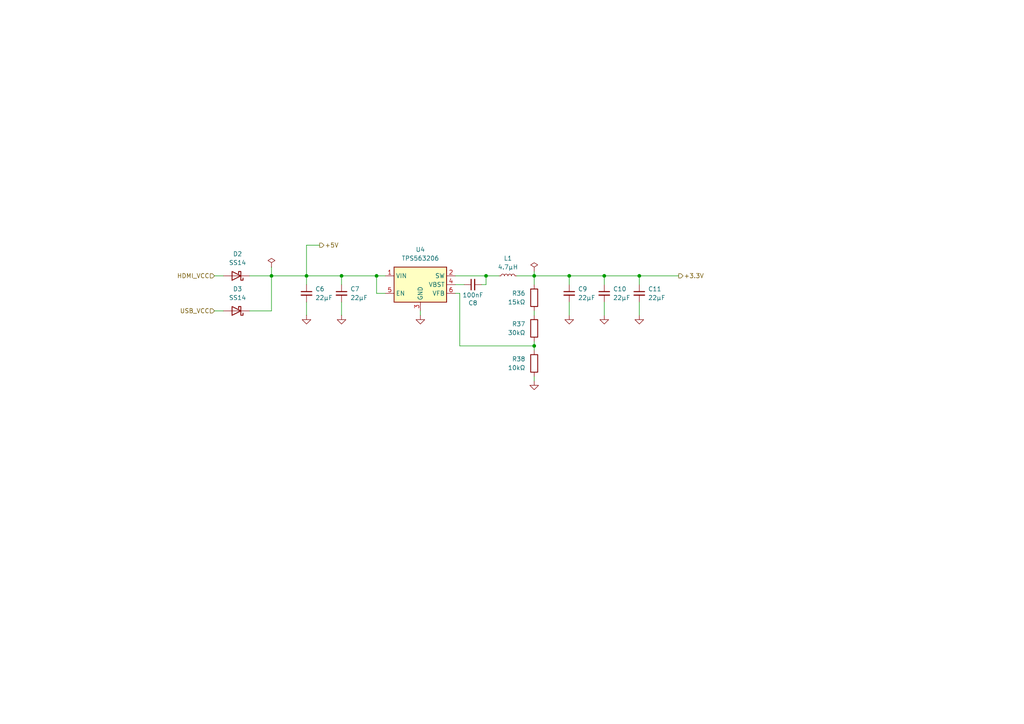
<source format=kicad_sch>
(kicad_sch (version 20250114) (generator "eeschema") (generator_version "9.0")
  (paper "A4")
  (lib_symbols
    (symbol "Device:C_Small" (pin_numbers (hide yes)) (pin_names (offset 0.254) (hide yes))
      (property "Reference" "C" (at 0.254 1.778 0))
      (property "Value" "C_Small" (at 0.254 -2.032 0))
      (symbol "C_Small_0_1"
        (polyline (pts (xy -1.524 0.508) (xy 1.524 0.508)) (stroke (width 0.3048)))
        (polyline (pts (xy -1.524 -0.508) (xy 1.524 -0.508)) (stroke (width 0.3302)))
      )
      (symbol "C_Small_1_1"
        (pin passive line (at 0 2.54 270) (length 2.032) (name "~") (number "1"))
        (pin passive line (at 0 -2.54 90) (length 2.032) (name "~") (number "2"))
      )
    )
    (symbol "Device:L_Small" (pin_numbers (hide yes)) (pin_names (offset 0.254) (hide yes))
      (property "Reference" "L" (at 0.762 1.016 0))
      (property "Value" "L_Small" (at 0.762 -1.016 0))
      (symbol "L_Small_0_1"
        (arc (start 0 2.032) (mid 0.5058 1.524) (end 0 1.016))
        (arc (start 0 1.016) (mid 0.5058 0.508) (end 0 0))
        (arc (start 0 0) (mid 0.5058 -0.508) (end 0 -1.016))
        (arc (start 0 -1.016) (mid 0.5058 -1.524) (end 0 -2.032))
      )
      (symbol "L_Small_1_1"
        (pin passive line (at 0 2.54 270) (length 0.508) (name "~") (number "1"))
        (pin passive line (at 0 -2.54 90) (length 0.508) (name "~") (number "2"))
      )
    )
    (symbol "Device:R" (pin_numbers (hide yes)) (pin_names (offset 0))
      (property "Reference" "R" (at 2.032 0 90))
      (property "Value" "R" (at 0 0 90))
      (symbol "R_0_1"
        (rectangle (start -1.016 -2.54) (end 1.016 2.54) (stroke (width 0.254)))
      )
      (symbol "R_1_1"
        (pin passive line (at 0 3.81 270) (length 1.27) (name "~") (number "1"))
        (pin passive line (at 0 -3.81 90) (length 1.27) (name "~") (number "2"))
      )
    )
    (symbol "Diode:SS14" (pin_numbers (hide yes)) (pin_names (offset 1.016) (hide yes))
      (property "Reference" "D" (at 0 2.54 0))
      (property "Value" "SS14" (at 0 -2.54 0))
      (symbol "SS14_0_1"
        (polyline (pts (xy -1.905 0.635) (xy -1.905 1.27) (xy -1.27 1.27) (xy -1.27 -1.27) (xy -0.635 -1.27) (xy -0.635 -0.635)) (stroke (width 0.254)))
        (polyline (pts (xy 1.27 1.27) (xy 1.27 -1.27) (xy -1.27 0) (xy 1.27 1.27)) (stroke (width 0.254)))
        (polyline (pts (xy 1.27 0) (xy -1.27 0)))
      )
      (symbol "SS14_1_1"
        (pin passive line (at -3.81 0 0) (length 2.54) (name "K") (number "1"))
        (pin passive line (at 3.81 0 180) (length 2.54) (name "A") (number "2"))
      )
    )
    (symbol "Regulator_Switching:TPS562206"
      (property "Reference" "U" (at -7.62 6.35 0))
      (property "Value" "TPS562206" (at -2.54 6.35 0))
      (symbol "TPS562206_0_1"
        (rectangle (start -7.62 5.08) (end 7.62 -5.08) (stroke (width 0.254)) (fill (type background)))
      )
      (symbol "TPS562206_1_1"
        (pin power_in line (at -10.16 2.54 0) (length 2.54) (name "VIN") (number "1"))
        (pin input line (at -10.16 -2.54 0) (length 2.54) (name "EN") (number "5"))
        (pin power_in line (at 0 -7.62 90) (length 2.54) (name "GND") (number "3"))
        (pin output line (at 10.16 2.54 180) (length 2.54) (name "SW") (number "2"))
        (pin passive line (at 10.16 0 180) (length 2.54) (name "VBST") (number "4"))
        (pin input line (at 10.16 -2.54 180) (length 2.54) (name "VFB") (number "6"))
      )
    )
    (symbol "power:GND" (power) (pin_numbers (hide yes)) (pin_names (offset 0) (hide yes))
      (property "Value" "GND" (at 0 -3.81 0))
      (symbol "GND_0_1"
        (polyline (pts (xy 0 0) (xy 0 -1.27) (xy 1.27 -1.27) (xy 0 -2.54) (xy -1.27 -1.27) (xy 0 -1.27)))
      )
      (symbol "GND_1_1"
        (pin power_in line (at 0 0 270) (length 0) (name "~") (number "1"))
      )
    )
    (symbol "power:PWR_FLAG" (power) (pin_numbers (hide yes)) (pin_names (offset 0) (hide yes))
      (property "Value" "PWR_FLAG" (at 0 3.81 0))
      (symbol "PWR_FLAG_0_0"
        (pin power_out line (at 0 0 90) (length 0) (name "~") (number "1"))
      )
      (symbol "PWR_FLAG_0_1"
        (polyline (pts (xy 0 0) (xy 0 1.27) (xy -1.016 1.905) (xy 0 2.54) (xy 1.016 1.905) (xy 0 1.27)))
      )
    )
  )
  (junction (at 140.97 80.01))
  (junction (at 154.94 80.01))
  (junction (at 78.74 80.01))
  (junction (at 109.22 80.01))
  (junction (at 88.9 80.01))
  (junction (at 185.42 80.01))
  (junction (at 99.06 80.01))
  (junction (at 175.26 80.01))
  (junction (at 165.1 80.01))
  (junction (at 154.94 100.33))
  (wire (pts (xy 133.35 100.33) (xy 154.94 100.33)))
  (wire (pts (xy 165.1 80.01) (xy 175.26 80.01)))
  (wire (pts (xy 62.23 80.01) (xy 64.77 80.01)))
  (wire (pts (xy 133.35 85.09) (xy 132.08 85.09)))
  (wire (pts (xy 88.9 80.01) (xy 99.06 80.01)))
  (wire (pts (xy 78.74 90.17) (xy 78.74 80.01)))
  (wire (pts (xy 154.94 110.49) (xy 154.94 109.22)))
  (wire (pts (xy 154.94 80.01) (xy 165.1 80.01)))
  (wire (pts (xy 185.42 87.63) (xy 185.42 91.44)))
  (wire (pts (xy 140.97 80.01) (xy 140.97 82.55)))
  (wire (pts (xy 109.22 85.09) (xy 111.76 85.09)))
  (wire (pts (xy 154.94 80.01) (xy 154.94 82.55)))
  (wire (pts (xy 72.39 80.01) (xy 78.74 80.01)))
  (wire (pts (xy 149.86 80.01) (xy 154.94 80.01)))
  (wire (pts (xy 99.06 80.01) (xy 109.22 80.01)))
  (wire (pts (xy 140.97 82.55) (xy 139.7 82.55)))
  (wire (pts (xy 175.26 80.01) (xy 185.42 80.01)))
  (wire (pts (xy 88.9 71.12) (xy 88.9 80.01)))
  (wire (pts (xy 175.26 87.63) (xy 175.26 91.44)))
  (wire (pts (xy 154.94 99.06) (xy 154.94 100.33)))
  (wire (pts (xy 132.08 82.55) (xy 134.62 82.55)))
  (wire (pts (xy 62.23 90.17) (xy 64.77 90.17)))
  (wire (pts (xy 132.08 80.01) (xy 140.97 80.01)))
  (wire (pts (xy 88.9 91.44) (xy 88.9 87.63)))
  (wire (pts (xy 185.42 80.01) (xy 196.85 80.01)))
  (wire (pts (xy 72.39 90.17) (xy 78.74 90.17)))
  (wire (pts (xy 109.22 80.01) (xy 111.76 80.01)))
  (wire (pts (xy 144.78 80.01) (xy 140.97 80.01)))
  (wire (pts (xy 99.06 80.01) (xy 99.06 82.55)))
  (wire (pts (xy 121.92 91.44) (xy 121.92 90.17)))
  (wire (pts (xy 154.94 100.33) (xy 154.94 101.6)))
  (wire (pts (xy 165.1 80.01) (xy 165.1 82.55)))
  (wire (pts (xy 185.42 80.01) (xy 185.42 82.55)))
  (wire (pts (xy 109.22 80.01) (xy 109.22 85.09)))
  (wire (pts (xy 133.35 85.09) (xy 133.35 100.33)))
  (wire (pts (xy 165.1 87.63) (xy 165.1 91.44)))
  (wire (pts (xy 78.74 80.01) (xy 88.9 80.01)))
  (wire (pts (xy 154.94 90.17) (xy 154.94 91.44)))
  (wire (pts (xy 175.26 80.01) (xy 175.26 82.55)))
  (wire (pts (xy 99.06 87.63) (xy 99.06 91.44)))
  (wire (pts (xy 78.74 80.01) (xy 78.74 77.47)))
  (wire (pts (xy 92.71 71.12) (xy 88.9 71.12)))
  (wire (pts (xy 154.94 78.74) (xy 154.94 80.01)))
  (wire (pts (xy 88.9 80.01) (xy 88.9 82.55)))
  (hierarchical_label "+5V" (shape output) (at 92.71 71.12 0))
  (hierarchical_label "HDMI_VCC" (shape input) (at 62.23 80.01 180))
  (hierarchical_label "+3.3V" (shape output) (at 196.85 80.01 0))
  (hierarchical_label "USB_VCC" (shape input) (at 62.23 90.17 180))
  (symbol (lib_id "power:PWR_FLAG") (at 78.74 77.47 0) (unit 1)
    (property "Reference" "#FLG03" (effects (hide yes)))
    (property "Value" "PWR_FLAG" (effects (hide yes)))
    (property "Description" "Special symbol for telling ERC where power comes from" (effects (hide yes)))
  )
  (symbol (lib_id "Device:C_Small") (at 137.16 82.55 90) (unit 1)
    (property "Reference" "C8" (at 137.16 87.884 90))
    (property "Value" "100nF" (at 137.16 85.598 90))
    (property "Footprint" "Capacitor_SMD:C_0805_2012Metric" (effects (hide yes)))
    (property "Description" "Unpolarized capacitor, small symbol" (effects (hide yes)))
    (property "MPN" "C 100nF 50V 0805" (effects (hide yes)))
    (property "LCSC" "C49678" (effects (hide yes)))
  )
  (symbol (lib_id "Device:C_Small") (at 165.1 85.09 0) (unit 1)
    (property "Reference" "C9" (at 167.64 83.8262 0) (effects (justify left)))
    (property "Value" "22μF" (at 167.64 86.3662 0) (effects (justify left)))
    (property "Footprint" "Capacitor_SMD:C_0805_2012Metric" (effects (hide yes)))
    (property "Description" "Unpolarized capacitor, small symbol" (effects (hide yes)))
    (property "MPN" "C 22μF 25V 0805" (effects (hide yes)))
    (property "LCSC" "C45783" (effects (hide yes)))
  )
  (symbol (lib_id "Diode:SS14") (at 68.58 90.17 180) (unit 1)
    (property "Reference" "D3" (at 68.8975 83.82 0))
    (property "Value" "SS14" (at 68.8975 86.36 0))
    (property "Footprint" "Diode_SMD:D_SMA" (effects (hide yes)))
    (property "Datasheet" "https://www.vishay.com/docs/88746/ss12.pdf" (effects (hide yes)))
    (property "Description" "40V 1A Schottky Diode, SMA" (effects (hide yes)))
    (property "LCSC" "C2480" (effects (hide yes)))
    (property "MPN" "SS14" (effects (hide yes)))
  )
  (symbol (lib_id "Device:R") (at 154.94 86.36 0) (mirror y) (unit 1)
    (property "Reference" "R36" (at 152.4 85.0899 0) (effects (justify left)))
    (property "Value" "15kΩ" (at 152.4 87.6299 0) (effects (justify left)))
    (property "Footprint" "Resistor_SMD:R_0805_2012Metric" (effects (hide yes)))
    (property "Description" "Resistor" (effects (hide yes)))
    (property "LCSC" "C17475" (effects (hide yes)))
    (property "MPN" "R 15kΩ 125mW 0805" (effects (hide yes)))
  )
  (symbol (lib_id "Regulator_Switching:TPS562206") (at 121.92 82.55 0) (unit 1)
    (property "Reference" "U4" (at 121.92 72.39 0))
    (property "Value" "TPS563206" (at 121.92 74.93 0))
    (property "Footprint" "Package_TO_SOT_SMD:SOT-563" (effects (hide yes)))
    (property "Datasheet" "https://www.ti.com/lit/ds/symlink/tps562231.pdf" (effects (hide yes)))
    (property "Description" "2A Synchronous Step-Down Voltage Regulator 600kHz, Adjustable Output Voltage, 4.5-17V Input Voltage, 0.6V-7V Output Voltage, SOT-563" (effects (hide yes)))
    (property "LCSC" "C22427434" (effects (hide yes)))
    (property "MPN" "TPS563206DRLR" (effects (hide yes)))
  )
  (symbol (lib_id "Device:C_Small") (at 99.06 85.09 0) (unit 1)
    (property "Reference" "C7" (at 101.6 83.8262 0) (effects (justify left)))
    (property "Value" "22μF" (at 101.6 86.3662 0) (effects (justify left)))
    (property "Footprint" "Capacitor_SMD:C_0805_2012Metric" (effects (hide yes)))
    (property "Description" "Unpolarized capacitor, small symbol" (effects (hide yes)))
    (property "MPN" "C 22μF 25V 0805" (effects (hide yes)))
    (property "LCSC" "C45783" (effects (hide yes)))
  )
  (symbol (lib_id "power:GND") (at 175.26 91.44 0) (unit 1)
    (property "Reference" "#PWR063" (effects (hide yes)))
    (property "Value" "GND" (effects (hide yes)))
    (property "Description" "Power symbol creates a global label with name \"GND\" , ground" (effects (hide yes)))
  )
  (symbol (lib_id "Device:C_Small") (at 175.26 85.09 0) (unit 1)
    (property "Reference" "C10" (at 177.8 83.8262 0) (effects (justify left)))
    (property "Value" "22μF" (at 177.8 86.3662 0) (effects (justify left)))
    (property "Footprint" "Capacitor_SMD:C_0805_2012Metric" (effects (hide yes)))
    (property "Description" "Unpolarized capacitor, small symbol" (effects (hide yes)))
    (property "MPN" "C 22μF 25V 0805" (effects (hide yes)))
    (property "LCSC" "C45783" (effects (hide yes)))
  )
  (symbol (lib_id "Device:R") (at 154.94 95.25 0) (mirror y) (unit 1)
    (property "Reference" "R37" (at 152.4 93.9799 0) (effects (justify left)))
    (property "Value" "30kΩ" (at 152.4 96.5199 0) (effects (justify left)))
    (property "Footprint" "Resistor_SMD:R_0805_2012Metric" (effects (hide yes)))
    (property "Description" "Resistor" (effects (hide yes)))
    (property "LCSC" "C17621" (effects (hide yes)))
    (property "MPN" "R 30kΩ 125mW 0805" (effects (hide yes)))
  )
  (symbol (lib_id "Diode:SS14") (at 68.58 80.01 180) (unit 1)
    (property "Reference" "D2" (at 68.8975 73.66 0))
    (property "Value" "SS14" (at 68.8975 76.2 0))
    (property "Footprint" "Diode_SMD:D_SMA" (effects (hide yes)))
    (property "Datasheet" "https://www.vishay.com/docs/88746/ss12.pdf" (effects (hide yes)))
    (property "Description" "40V 1A Schottky Diode, SMA" (effects (hide yes)))
    (property "LCSC" "C2480" (effects (hide yes)))
    (property "MPN" "SS14" (effects (hide yes)))
  )
  (symbol (lib_id "Device:C_Small") (at 88.9 85.09 0) (unit 1)
    (property "Reference" "C6" (at 91.44 83.8262 0) (effects (justify left)))
    (property "Value" "22μF" (at 91.44 86.3662 0) (effects (justify left)))
    (property "Footprint" "Capacitor_SMD:C_0805_2012Metric" (effects (hide yes)))
    (property "Description" "Unpolarized capacitor, small symbol" (effects (hide yes)))
    (property "MPN" "C 22μF 25V 0805" (effects (hide yes)))
    (property "LCSC" "C45783" (effects (hide yes)))
  )
  (symbol (lib_id "power:GND") (at 88.9 91.44 0) (unit 1)
    (property "Reference" "#PWR058" (effects (hide yes)))
    (property "Value" "GND" (effects (hide yes)))
    (property "Description" "Power symbol creates a global label with name \"GND\" , ground" (effects (hide yes)))
  )
  (symbol (lib_id "power:GND") (at 185.42 91.44 0) (unit 1)
    (property "Reference" "#PWR064" (effects (hide yes)))
    (property "Value" "GND" (effects (hide yes)))
    (property "Description" "Power symbol creates a global label with name \"GND\" , ground" (effects (hide yes)))
  )
  (symbol (lib_id "Device:C_Small") (at 185.42 85.09 0) (unit 1)
    (property "Reference" "C11" (at 187.96 83.8262 0) (effects (justify left)))
    (property "Value" "22μF" (at 187.96 86.3662 0) (effects (justify left)))
    (property "Footprint" "Capacitor_SMD:C_0805_2012Metric" (effects (hide yes)))
    (property "Description" "Unpolarized capacitor, small symbol" (effects (hide yes)))
    (property "MPN" "C 22μF 25V 0805" (effects (hide yes)))
    (property "LCSC" "C45783" (effects (hide yes)))
  )
  (symbol (lib_id "power:PWR_FLAG") (at 154.94 78.74 0) (unit 1)
    (property "Reference" "#FLG04" (effects (hide yes)))
    (property "Value" "PWR_FLAG" (effects (hide yes)))
    (property "Description" "Special symbol for telling ERC where power comes from" (effects (hide yes)))
  )
  (symbol (lib_id "power:GND") (at 99.06 91.44 0) (unit 1)
    (property "Reference" "#PWR059" (effects (hide yes)))
    (property "Value" "GND" (effects (hide yes)))
    (property "Description" "Power symbol creates a global label with name \"GND\" , ground" (effects (hide yes)))
  )
  (symbol (lib_id "power:GND") (at 165.1 91.44 0) (unit 1)
    (property "Reference" "#PWR062" (effects (hide yes)))
    (property "Value" "GND" (effects (hide yes)))
    (property "Description" "Power symbol creates a global label with name \"GND\" , ground" (effects (hide yes)))
  )
  (symbol (lib_id "power:GND") (at 121.92 91.44 0) (unit 1)
    (property "Reference" "#PWR060" (effects (hide yes)))
    (property "Value" "GND" (effects (hide yes)))
    (property "Description" "Power symbol creates a global label with name \"GND\" , ground" (effects (hide yes)))
  )
  (symbol (lib_id "Device:R") (at 154.94 105.41 0) (mirror y) (unit 1)
    (property "Reference" "R38" (at 152.4 104.1399 0) (effects (justify left)))
    (property "Value" "10kΩ" (at 152.4 106.6799 0) (effects (justify left)))
    (property "Footprint" "Resistor_SMD:R_0805_2012Metric" (effects (hide yes)))
    (property "Description" "Resistor" (effects (hide yes)))
    (property "LCSC" "C17414" (effects (hide yes)))
    (property "MPN" "R 10kΩ 125mW 0805" (effects (hide yes)))
  )
  (symbol (lib_id "power:GND") (at 154.94 110.49 0) (unit 1)
    (property "Reference" "#PWR061" (effects (hide yes)))
    (property "Value" "GND" (effects (hide yes)))
    (property "Description" "Power symbol creates a global label with name \"GND\" , ground" (effects (hide yes)))
  )
  (symbol (lib_id "Device:L_Small") (at 147.32 80.01 90) (unit 1)
    (property "Reference" "L1" (at 147.32 74.93 90))
    (property "Value" "4.7μH" (at 147.32 77.47 90))
    (property "Footprint" "Inductor_SMD:L_Sunlord_SWPA5020S" (effects (hide yes)))
    (property "Description" "Inductor, small symbol" (effects (hide yes)))
    (property "LCSC" "C43183" (effects (hide yes)))
    (property "MPN" "SWPA5020S4R7MT" (effects (hide yes)))
  )
)
</source>
